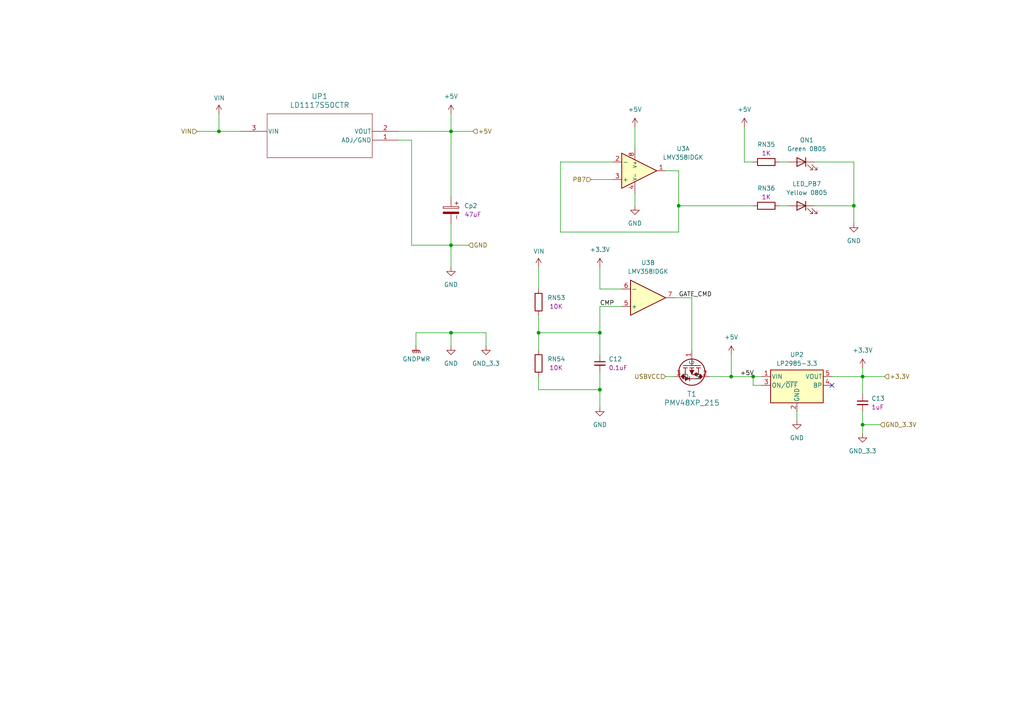
<source format=kicad_sch>
(kicad_sch (version 20250114) (generator "eeschema") (generator_version "9.0")
  (paper "A4")
  (lib_symbols
    (symbol "Device:LED" (pin_numbers (hide yes)) (pin_names (offset 1.016) (hide yes))
      (property "Reference" "D" (at 0 2.54 0))
      (property "Value" "LED" (at 0 -2.54 0))
      (symbol "LED_0_1"
        (polyline (pts (xy -3.048 -0.762) (xy -4.572 -2.286) (xy -3.81 -2.286) (xy -4.572 -2.286) (xy -4.572 -1.524)))
        (polyline (pts (xy -1.778 -0.762) (xy -3.302 -2.286) (xy -2.54 -2.286) (xy -3.302 -2.286) (xy -3.302 -1.524)))
        (polyline (pts (xy -1.27 0) (xy 1.27 0)))
        (polyline (pts (xy -1.27 -1.27) (xy -1.27 1.27)) (stroke (width 0.254)))
        (polyline (pts (xy 1.27 -1.27) (xy 1.27 1.27) (xy -1.27 0) (xy 1.27 -1.27)) (stroke (width 0.254)))
      )
      (symbol "LED_1_1"
        (pin passive line (at -3.81 0 0) (length 2.54) (name "K") (number "1"))
        (pin passive line (at 3.81 0 180) (length 2.54) (name "A") (number "2"))
      )
    )
    (symbol "LDO_LD1117S50CTR_STMicroelectronics:LD1117S50CTR" (pin_names (offset 0.254))
      (property "Reference" "PS" (at 22.86 10.16 0))
      (property "Value" "LD1117S50CTR" (at 22.86 7.62 0))
      (symbol "LD1117S50CTR_0_1"
        (polyline (pts (xy 7.62 5.08) (xy 7.62 -7.62)) (stroke (width 0.127)))
        (polyline (pts (xy 7.62 -7.62) (xy 38.1 -7.62)) (stroke (width 0.127)))
        (polyline (pts (xy 38.1 5.08) (xy 7.62 5.08)) (stroke (width 0.127)))
        (polyline (pts (xy 38.1 -7.62) (xy 38.1 5.08)) (stroke (width 0.127)))
        (pin power_out line (at 0 0 0) (length 7.62) (name "ADJ/GND") (number "1"))
        (pin power_in line (at 0 -2.54 0) (length 7.62) (name "VOUT") (number "2"))
        (pin power_in line (at 45.72 -2.54 180) (length 7.62) (name "VIN") (number "3"))
      )
    )
    (symbol "MOSFET_PMV48XP,215_Nexperia:PMV48XP_215" (pin_names (offset 0.254))
      (property "Reference" "U" (at 11.43 1.905 0))
      (property "Value" "PMV48XP_215" (at 18.288 -3.302 0))
      (symbol "PMV48XP_215_0_1"
        (polyline (pts (xy 2.54 0) (xy 4.445 0)) (stroke (width 0.2032)))
        (polyline (pts (xy 4.445 -2.54) (xy 4.445 2.54)) (stroke (width 0.2032)))
        (polyline (pts (xy 5.08 1.905) (xy 6.985 1.905)) (stroke (width 0.2032)))
        (polyline (pts (xy 5.08 1.27) (xy 5.08 2.54)) (stroke (width 0.2032)))
        (polyline (pts (xy 5.08 0) (xy 6.985 0)) (stroke (width 0.2032)))
        (polyline (pts (xy 5.08 -0.635) (xy 5.08 0.635)) (stroke (width 0.2032)))
        (polyline (pts (xy 5.08 -1.905) (xy 6.985 -1.905)) (stroke (width 0.2032)))
        (polyline (pts (xy 5.08 -2.54) (xy 5.08 -1.27)) (stroke (width 0.2032)))
        (polyline (pts (xy 5.715 0.635) (xy 6.985 0) (xy 5.715 -0.635)) (fill (type outline)))
        (circle (center 6.35 0) (radius 3.81) (stroke (width 0.254)))
        (polyline (pts (xy 6.985 2.54) (xy 8.255 2.54)) (stroke (width 0.2032)))
        (polyline (pts (xy 6.985 1.905) (xy 6.985 2.54)) (stroke (width 0.2032)))
        (circle (center 6.985 -1.27) (radius 0.0254) (stroke (width 0.508)))
        (polyline (pts (xy 6.985 -2.54) (xy 6.985 0)) (stroke (width 0.2032)))
        (polyline (pts (xy 6.985 -2.54) (xy 8.255 -2.54)) (stroke (width 0.2032)))
        (circle (center 7.62 2.54) (radius 0.0254) (stroke (width 0.508)))
        (circle (center 7.62 -2.54) (radius 0.0254) (stroke (width 0.508)))
        (polyline (pts (xy 8.255 0.635) (xy 8.255 2.54)) (stroke (width 0.2032)))
        (polyline (pts (xy 8.255 -2.54) (xy 8.255 0.635)) (stroke (width 0.2032)))
        (polyline (pts (xy 8.89 1.905) (xy 7.62 1.905) (xy 8.255 0.635)) (fill (type outline)))
        (polyline (pts (xy 8.89 0.635) (xy 7.62 0.635)) (stroke (width 0.2032)))
        (pin input line (at 0 0 0) (length 2.54) (name "G") (number "1"))
        (pin power_in line (at 7.62 5.08 270) (length 2.54) (name "D") (number "3"))
        (pin power_out line (at 7.62 -5.08 90) (length 2.54) (name "S") (number "2"))
      )
    )
    (symbol "PCM_4ms_Capacitor:100nF_0603_16V" (pin_numbers (hide yes)) (pin_names (offset 0.254) (hide yes))
      (property "Reference" "C" (at 1.905 1.27 0))
      (property "Display" "0.1uF" (at 1.905 -1.27 0))
      (symbol "100nF_0603_16V_0_1"
        (polyline (pts (xy -1.524 0.508) (xy 1.524 0.508)) (stroke (width 0.3048)))
        (polyline (pts (xy -1.524 -0.508) (xy 1.524 -0.508)) (stroke (width 0.3302)))
      )
      (symbol "100nF_0603_16V_1_1"
        (pin passive line (at 0 2.54 270) (length 2.032) (name "~") (number "1"))
        (pin passive line (at 0 -2.54 90) (length 2.032) (name "~") (number "2"))
      )
    )
    (symbol "PCM_Amplifier_Operational_AKL:LMV358IDGK" (pin_names (offset 0.2))
      (property "Reference" "U" (at 2.54 7.62 0))
      (property "Value" "LMV358IDGK" (at 2.54 5.08 0))
      (symbol "LMV358IDGK_0_1"
        (polyline (pts (xy -3.81 5.08) (xy -3.81 -5.08) (xy 6.35 0) (xy -3.81 5.08)) (stroke (width 0.254)) (fill (type background)))
      )
      (symbol "LMV358IDGK_1_1"
        (pin input line (at -6.35 2.54 0) (length 2.54) (name "-") (number "2"))
        (pin input line (at -6.35 -2.54 0) (length 2.54) (name "+") (number "3"))
        (pin power_in line (at 0 6.35 270) (length 3.18) (name "V+") (number "8"))
        (pin power_in line (at 0 -6.35 90) (length 3.18) (name "V-") (number "4"))
        (pin output line (at 8.89 0 180) (length 2.54) (name "~") (number "1"))
      )
      (symbol "LMV358IDGK_2_1"
        (pin input line (at -6.35 2.54 0) (length 2.54) (name "-") (number "6"))
        (pin input line (at -6.35 -2.54 0) (length 2.54) (name "+") (number "5"))
        (pin output line (at 8.89 0 180) (length 2.54) (name "~") (number "7"))
      )
    )
    (symbol "PCM_Resistor_AKL:R_0603" (pin_numbers (hide yes)) (pin_names (offset 0))
      (property "Reference" "R" (at 2.54 1.27 0))
      (property "Value" "R_0603" (at 2.54 -1.27 0))
      (symbol "R_0603_0_1"
        (rectangle (start -1.016 -2.54) (end 1.016 2.54) (stroke (width 0.254)))
      )
      (symbol "R_0603_1_1"
        (pin passive line (at 0 3.81 270) (length 1.27) (name "~") (number "1"))
        (pin passive line (at 0 -3.81 90) (length 1.27) (name "~") (number "2"))
      )
    )
    (symbol "PCM_SL_Capacitors:47uF_10V"
      (property "Reference" "C" (at 0 7.62 0))
      (property "Value" "47uF_10V" (at 0 5.08 0))
      (symbol "47uF_10V_0_0"
        (text "+" (at -2.032 1.524 0) (effects (font (size 1.27 1.27))))
        (text "-" (at 2.032 1.524 0) (effects (font (size 1.27 1.27))))
      )
      (symbol "47uF_10V_0_1"
        (rectangle (start -1.016 -2.286) (end -0.508 2.286))
        (rectangle (start 0.508 -2.286) (end 1.016 2.286) (fill (type outline)))
      )
      (symbol "47uF_10V_1_1"
        (pin passive line (at -3.81 0 0) (length 2.7) (name "~") (number "1"))
        (pin input line (at 3.81 0 180) (length 2.7) (name "~") (number "2"))
      )
    )
    (symbol "Regulator_Linear:LP2985-3.3" (pin_names (offset 0.254))
      (property "Reference" "U" (at -6.35 5.715 0))
      (property "Value" "LP2985-3.3" (at 0 5.715 0))
      (symbol "LP2985-3.3_0_1"
        (rectangle (start -7.62 -5.08) (end 7.62 4.445) (stroke (width 0.254)) (fill (type background)))
      )
      (symbol "LP2985-3.3_1_1"
        (pin power_in line (at -10.16 2.54 0) (length 2.54) (name "VIN") (number "1"))
        (pin input line (at -10.16 0 0) (length 2.54) (name "ON/~{OFF}") (number "3"))
        (pin power_in line (at 0 -7.62 90) (length 2.54) (name "GND") (number "2"))
        (pin power_out line (at 10.16 2.54 180) (length 2.54) (name "VOUT") (number "5"))
        (pin input line (at 10.16 0 180) (length 2.54) (name "BP") (number "4"))
      )
    )
    (symbol "power:+3.3V" (power) (pin_names (offset 0))
      (property "Value" "+3.3V" (at 0 3.556 0))
      (symbol "+3.3V_0_1"
        (polyline (pts (xy -0.762 1.27) (xy 0 2.54)))
        (polyline (pts (xy 0 2.54) (xy 0.762 1.27)))
        (polyline (pts (xy 0 0) (xy 0 2.54)))
      )
      (symbol "+3.3V_1_1"
        (pin power_in line (at 0 0 90) (length 0) (hide yes) (name "+3.3V") (number "1"))
      )
    )
    (symbol "power:+5V" (power) (pin_names (offset 0))
      (property "Value" "+5V" (at 0 3.556 0))
      (symbol "+5V_0_1"
        (polyline (pts (xy -0.762 1.27) (xy 0 2.54)))
        (polyline (pts (xy 0 2.54) (xy 0.762 1.27)))
        (polyline (pts (xy 0 0) (xy 0 2.54)))
      )
      (symbol "+5V_1_1"
        (pin power_in line (at 0 0 90) (length 0) (hide yes) (name "+5V") (number "1"))
      )
    )
    (symbol "power:GND" (power) (pin_names (offset 0))
      (property "Value" "GND" (at 0 -3.81 0))
      (symbol "GND_0_1"
        (polyline (pts (xy 0 0) (xy 0 -1.27) (xy 1.27 -1.27) (xy 0 -2.54) (xy -1.27 -1.27) (xy 0 -1.27)))
      )
      (symbol "GND_1_1"
        (pin power_in line (at 0 0 270) (length 0) (hide yes) (name "GND") (number "1"))
      )
    )
    (symbol "power:GND1" (power) (pin_names (offset 0))
      (property "Value" "GND1" (at 0 -3.81 0))
      (symbol "GND1_0_1"
        (polyline (pts (xy 0 0) (xy 0 -1.27) (xy 1.27 -1.27) (xy 0 -2.54) (xy -1.27 -1.27) (xy 0 -1.27)))
      )
      (symbol "GND1_1_1"
        (pin power_in line (at 0 0 270) (length 0) (hide yes) (name "GND1") (number "1"))
      )
    )
    (symbol "power:GNDPWR" (power) (pin_names (offset 0))
      (property "Value" "GNDPWR" (at 0 -3.302 0))
      (symbol "GNDPWR_0_1"
        (polyline (pts (xy -1.016 -1.27) (xy -1.27 -2.032) (xy -1.27 -2.032)) (stroke (width 0.2032)))
        (polyline (pts (xy -0.508 -1.27) (xy -0.762 -2.032) (xy -0.762 -2.032)) (stroke (width 0.2032)))
        (polyline (pts (xy 0 -1.27) (xy 0 0)))
        (polyline (pts (xy 0 -1.27) (xy -0.254 -2.032) (xy -0.254 -2.032)) (stroke (width 0.2032)))
        (polyline (pts (xy 0.508 -1.27) (xy 0.254 -2.032) (xy 0.254 -2.032)) (stroke (width 0.2032)))
        (polyline (pts (xy 1.016 -1.27) (xy -1.016 -1.27) (xy -1.016 -1.27)) (stroke (width 0.2032)))
        (polyline (pts (xy 1.016 -1.27) (xy 0.762 -2.032) (xy 0.762 -2.032) (xy 0.762 -2.032)) (stroke (width 0.2032)))
      )
      (symbol "GNDPWR_1_1"
        (pin power_in line (at 0 0 270) (length 0) (hide yes) (name "GNDPWR") (number "1"))
      )
    )
    (symbol "power:VCC" (power) (pin_names (offset 0))
      (property "Value" "VCC" (at 0 3.81 0))
      (symbol "VCC_0_1"
        (polyline (pts (xy -0.762 1.27) (xy 0 2.54)))
        (polyline (pts (xy 0 2.54) (xy 0.762 1.27)))
        (polyline (pts (xy 0 0) (xy 0 2.54)))
      )
      (symbol "VCC_1_1"
        (pin power_in line (at 0 0 90) (length 0) (hide yes) (name "VCC") (number "1"))
      )
    )
  )
  (junction (at 156.21 96.52))
  (junction (at 247.65 59.69))
  (junction (at 250.19 123.19))
  (junction (at 130.81 71.12))
  (junction (at 218.44 109.22))
  (junction (at 63.5 38.1))
  (junction (at 212.09 109.22))
  (junction (at 130.81 38.1))
  (junction (at 173.99 96.52))
  (junction (at 196.85 59.69))
  (junction (at 250.19 109.22))
  (junction (at 173.99 113.03))
  (junction (at 130.81 96.52))
  (no_connect (at 241.3 111.76))
  (wire (pts (xy 250.19 109.22) (xy 250.19 114.3)))
  (wire (pts (xy 69.85 38.1) (xy 63.5 38.1)))
  (wire (pts (xy 196.85 67.31) (xy 196.85 59.69)))
  (wire (pts (xy 200.66 86.36) (xy 200.66 101.6)))
  (wire (pts (xy 120.65 96.52) (xy 130.81 96.52)))
  (wire (pts (xy 173.99 113.03) (xy 173.99 118.11)))
  (wire (pts (xy 130.81 33.02) (xy 130.81 38.1)))
  (wire (pts (xy 220.98 111.76) (xy 218.44 111.76)))
  (wire (pts (xy 196.85 59.69) (xy 218.44 59.69)))
  (wire (pts (xy 218.44 109.22) (xy 220.98 109.22)))
  (wire (pts (xy 228.6 59.69) (xy 226.06 59.69)))
  (wire (pts (xy 215.9 46.99) (xy 218.44 46.99)))
  (wire (pts (xy 195.58 86.36) (xy 200.66 86.36)))
  (wire (pts (xy 205.74 109.22) (xy 212.09 109.22)))
  (wire (pts (xy 184.15 59.69) (xy 184.15 55.88)))
  (wire (pts (xy 119.38 40.64) (xy 115.57 40.64)))
  (wire (pts (xy 156.21 113.03) (xy 173.99 113.03)))
  (wire (pts (xy 173.99 83.82) (xy 180.34 83.82)))
  (wire (pts (xy 231.14 121.92) (xy 231.14 119.38)))
  (wire (pts (xy 173.99 107.95) (xy 173.99 113.03)))
  (wire (pts (xy 193.04 109.22) (xy 195.58 109.22)))
  (wire (pts (xy 212.09 109.22) (xy 218.44 109.22)))
  (wire (pts (xy 130.81 38.1) (xy 137.16 38.1)))
  (wire (pts (xy 140.97 96.52) (xy 140.97 100.33)))
  (wire (pts (xy 250.19 123.19) (xy 255.27 123.19)))
  (wire (pts (xy 57.15 38.1) (xy 63.5 38.1)))
  (wire (pts (xy 215.9 36.83) (xy 215.9 46.99)))
  (wire (pts (xy 250.19 123.19) (xy 250.19 125.73)))
  (wire (pts (xy 236.22 59.69) (xy 247.65 59.69)))
  (wire (pts (xy 156.21 109.22) (xy 156.21 113.03)))
  (wire (pts (xy 236.22 46.99) (xy 247.65 46.99)))
  (wire (pts (xy 250.19 119.38) (xy 250.19 123.19)))
  (wire (pts (xy 241.3 109.22) (xy 250.19 109.22)))
  (wire (pts (xy 247.65 46.99) (xy 247.65 59.69)))
  (wire (pts (xy 250.19 109.22) (xy 250.19 106.68)))
  (wire (pts (xy 130.81 71.12) (xy 130.81 77.47)))
  (wire (pts (xy 156.21 91.44) (xy 156.21 96.52)))
  (wire (pts (xy 115.57 38.1) (xy 130.81 38.1)))
  (wire (pts (xy 130.81 57.15) (xy 130.81 38.1)))
  (wire (pts (xy 228.6 46.99) (xy 226.06 46.99)))
  (wire (pts (xy 196.85 59.69) (xy 196.85 49.53)))
  (wire (pts (xy 162.56 46.99) (xy 162.56 67.31)))
  (wire (pts (xy 130.81 96.52) (xy 140.97 96.52)))
  (wire (pts (xy 156.21 96.52) (xy 156.21 101.6)))
  (wire (pts (xy 130.81 71.12) (xy 135.89 71.12)))
  (wire (pts (xy 173.99 88.9) (xy 180.34 88.9)))
  (wire (pts (xy 171.45 52.07) (xy 177.8 52.07)))
  (wire (pts (xy 250.19 109.22) (xy 256.54 109.22)))
  (wire (pts (xy 63.5 33.02) (xy 63.5 38.1)))
  (wire (pts (xy 156.21 77.47) (xy 156.21 83.82)))
  (wire (pts (xy 120.65 100.33) (xy 120.65 96.52)))
  (wire (pts (xy 184.15 36.83) (xy 184.15 43.18)))
  (wire (pts (xy 162.56 67.31) (xy 196.85 67.31)))
  (wire (pts (xy 173.99 96.52) (xy 173.99 88.9)))
  (wire (pts (xy 173.99 77.47) (xy 173.99 83.82)))
  (wire (pts (xy 162.56 46.99) (xy 177.8 46.99)))
  (wire (pts (xy 196.85 49.53) (xy 193.04 49.53)))
  (wire (pts (xy 119.38 40.64) (xy 119.38 71.12)))
  (wire (pts (xy 212.09 109.22) (xy 212.09 102.87)))
  (wire (pts (xy 218.44 111.76) (xy 218.44 109.22)))
  (wire (pts (xy 247.65 59.69) (xy 247.65 64.77)))
  (wire (pts (xy 130.81 64.77) (xy 130.81 71.12)))
  (wire (pts (xy 130.81 96.52) (xy 130.81 100.33)))
  (wire (pts (xy 173.99 102.87) (xy 173.99 96.52)))
  (wire (pts (xy 156.21 96.52) (xy 173.99 96.52)))
  (wire (pts (xy 119.38 71.12) (xy 130.81 71.12)))
  (label "+5V" (at 214.63 109.22 0))
  (label "CMP" (at 173.99 88.9 0))
  (label "GATE_CMD" (at 196.85 86.36 0))
  (hierarchical_label "VIN" (shape input) (at 57.15 38.1 180))
  (hierarchical_label "USBVCC" (shape input) (at 193.04 109.22 180))
  (hierarchical_label "+5V" (shape input) (at 137.16 38.1 0))
  (hierarchical_label "GND_3.3V" (shape input) (at 255.27 123.19 0))
  (hierarchical_label "GND" (shape input) (at 135.89 71.12 0))
  (hierarchical_label "PB7" (shape input) (at 171.45 52.07 180))
  (hierarchical_label "+3.3V" (shape input) (at 256.54 109.22 0))
  (symbol (lib_id "power:+5V") (at 215.9 36.83 0) (mirror y) (unit 1)
    (property "Reference" "#PWR058" (effects (hide yes)))
    (property "Value" "+5V" (at 215.9 31.75 0))
  )
  (symbol (lib_id "power:GND") (at 173.99 118.11 0) (unit 1)
    (property "Reference" "#PWR017" (effects (hide yes)))
    (property "Value" "GND" (at 173.99 123.19 0))
  )
  (symbol (lib_id "power:VCC") (at 63.5 33.02 0) (unit 1)
    (property "Reference" "#PWR016" (effects (hide yes)))
    (property "Value" "VIN" (at 61.976 28.448 0) (effects (justify left)))
  )
  (symbol (lib_id "power:+5V") (at 184.15 36.83 0) (unit 1)
    (property "Reference" "#PWR019" (effects (hide yes)))
    (property "Value" "+5V" (at 184.15 31.75 0))
  )
  (symbol (lib_id "PCM_4ms_Capacitor:100nF_0603_16V") (at 173.99 105.41 0) (unit 1)
    (property "Reference" "C12" (at 176.53 104.1463 0) (effects (justify left)))
    (property "Value" "100nF_0603_16V" (effects (hide yes)))
    (property "Footprint" "PCM_4ms_Capacitor:C_0603" (effects (hide yes)))
    (property "Specifications" "0.1uF, Min. 16V 10%, X7R or X5R or similar" (effects (hide yes)))
    (property "Manufacturer" "AVX Corporation" (effects (hide yes)))
    (property "Part Number" "0603YC104KAT2A" (effects (hide yes)))
    (property "Display" "0.1uF" (at 176.53 106.6863 0) (effects (justify left)))
    (property "JLCPCB ID" "C14663" (effects (hide yes)))
  )
  (symbol (lib_id "Device:LED") (at 232.41 46.99 0) (mirror y) (unit 1)
    (property "Reference" "ON1" (at 233.9975 40.64 0))
    (property "Value" "Green 0805" (at 233.9975 43.18 0))
    (property "Footprint" "LED_SMD:LED_0805_2012Metric" (effects (hide yes)))
  )
  (symbol (lib_id "power:VCC") (at 156.21 77.47 0) (unit 1)
    (property "Reference" "#PWR056" (effects (hide yes)))
    (property "Value" "VIN" (at 154.686 72.898 0) (effects (justify left)))
  )
  (symbol (lib_id "LDO_LD1117S50CTR_STMicroelectronics:LD1117S50CTR") (at 115.57 40.64 180) (unit 1)
    (property "Reference" "UP1" (at 92.71 27.94 0) (effects (font (size 1.524 1.524))))
    (property "Value" "LD1117S50CTR" (at 92.71 30.48 0) (effects (font (size 1.524 1.524))))
    (property "Footprint" "LDO_LD1117S50CTR_STMicroelectronics:SOT-223_STM" (effects (hide yes)))
    (property "Datasheet" "LD1117S50CTR" (effects (hide yes)))
    (property "Description" "Linear Voltage Regulator IC Positive Fixed 1 Output 800mA SOT-223" (effects (hide yes)))
  )
  (symbol (lib_id "power:+5V") (at 212.09 102.87 0) (unit 1)
    (property "Reference" "#PWR011" (effects (hide yes)))
    (property "Value" "+5V" (at 212.09 97.79 0))
  )
  (symbol (lib_id "power:GND1") (at 140.97 100.33 0) (unit 1)
    (property "Reference" "#PWR055" (effects (hide yes)))
    (property "Value" "GND_3.3" (at 140.97 105.41 0))
  )
  (symbol (lib_id "power:GND") (at 231.14 121.92 0) (unit 1)
    (property "Reference" "#PWR021" (effects (hide yes)))
    (property "Value" "GND" (at 231.14 127 0))
  )
  (symbol (lib_id "power:GND") (at 130.81 100.33 0) (mirror y) (unit 1)
    (property "Reference" "#PWR054" (effects (hide yes)))
    (property "Value" "GND" (at 130.81 105.41 0))
  )
  (symbol (lib_id "PCM_Resistor_AKL:R_0603") (at 156.21 105.41 180) (unit 1)
    (property "Reference" "RN54" (at 158.75 104.14 0) (effects (justify right)))
    (property "Value" "10K_0603" (effects (hide yes)))
    (property "Footprint" "PCM_Resistor_SMD_AKL:R_0603_1608Metric" (effects (hide yes)))
    (property "Display" "10K" (at 161.29 106.68 0))
  )
  (symbol (lib_id "power:+3.3V") (at 173.99 77.47 0) (unit 1)
    (property "Reference" "#PWR015" (effects (hide yes)))
    (property "Value" "+3.3V" (at 173.99 72.39 0))
  )
  (symbol (lib_id "power:+5V") (at 130.81 33.02 0) (unit 1)
    (property "Reference" "#PWR04" (effects (hide yes)))
    (property "Value" "+5V" (at 130.81 27.94 0))
  )
  (symbol (lib_id "power:GND") (at 130.81 77.47 0) (unit 1)
    (property "Reference" "#PWR03" (effects (hide yes)))
    (property "Value" "GND" (at 130.81 82.55 0))
  )
  (symbol (lib_id "PCM_Amplifier_Operational_AKL:LMV358IDGK") (at 184.15 49.53 0) (unit 1)
    (property "Reference" "U3" (at 198.12 43.1098 0))
    (property "Value" "LMV358IDGK" (at 198.12 45.6498 0))
    (property "Footprint" "PCM_Package_SO_AKL:MSOP-8_3x3mm_P0.65mm" (effects (hide yes)))
    (property "Datasheet" "https://www.ti.com/lit/ds/symlink/lmv321.pdf?ts=1636614252990&ref_url=https%253A%252F%252Fwww.ti.com%252Fproduct%252FLMV321" (effects (hide yes)))
    (property "Description" "SO-8 Quad CMOS Rail-to-Rail Operational Amplifier, 7mV Offset, 1MHz GBW, Alternate KiCAD Library" (effects (hide yes)))
  )
  (symbol (lib_id "power:GNDPWR") (at 120.65 100.33 0) (mirror y) (unit 1)
    (property "Reference" "#PWR053" (effects (hide yes)))
    (property "Value" "GNDPWR" (at 120.777 104.14 0))
  )
  (symbol (lib_id "power:GND") (at 184.15 59.69 0) (mirror y) (unit 1)
    (property "Reference" "#PWR057" (effects (hide yes)))
    (property "Value" "GND" (at 184.15 64.77 0))
  )
  (symbol (lib_id "PCM_Amplifier_Operational_AKL:LMV358IDGK") (at 186.69 86.36 0) (unit 2)
    (property "Reference" "U3" (at 187.96 76.2 0))
    (property "Value" "LMV358IDGK" (at 187.96 78.74 0))
    (property "Footprint" "PCM_Package_SO_AKL:MSOP-8_3x3mm_P0.65mm" (effects (hide yes)))
    (property "Datasheet" "https://www.ti.com/lit/ds/symlink/lmv321.pdf?ts=1636614252990&ref_url=https%253A%252F%252Fwww.ti.com%252Fproduct%252FLMV321" (effects (hide yes)))
    (property "Description" "SO-8 Quad CMOS Rail-to-Rail Operational Amplifier, 7mV Offset, 1MHz GBW, Alternate KiCAD Library" (effects (hide yes)))
  )
  (symbol (lib_id "MOSFET_PMV48XP,215_Nexperia:PMV48XP_215") (at 200.66 101.6 90) (mirror x) (unit 1)
    (property "Reference" "T1" (at 200.66 114.3 90) (effects (font (size 1.524 1.524))))
    (property "Value" "PMV48XP_215" (at 200.66 116.84 90) (effects (font (size 1.524 1.524))))
    (property "Footprint" "TO-236_SOT23_NEX" (effects (hide yes)))
    (property "Datasheet" "PMV48XP_215" (effects (hide yes)))
  )
  (symbol (lib_id "PCM_Resistor_AKL:R_0603") (at 222.25 59.69 270) (mirror x) (unit 1)
    (property "Reference" "RN36" (at 222.25 54.61 90))
    (property "Value" "1K_0603" (effects (hide yes)))
    (property "Footprint" "PCM_Resistor_SMD_AKL:R_0603_1608Metric" (effects (hide yes)))
    (property "Display" "1K" (at 222.25 57.15 90))
  )
  (symbol (lib_id "power:GND") (at 247.65 64.77 0) (mirror y) (unit 1)
    (property "Reference" "#PWR059" (effects (hide yes)))
    (property "Value" "GND" (at 247.65 69.85 0))
  )
  (symbol (lib_id "power:+3.3V") (at 250.19 106.68 0) (unit 1)
    (property "Reference" "#PWR08" (effects (hide yes)))
    (property "Value" "+3.3V" (at 250.19 101.6 0))
  )
  (symbol (lib_id "PCM_Resistor_AKL:R_0603") (at 156.21 87.63 180) (unit 1)
    (property "Reference" "RN53" (at 158.75 86.36 0) (effects (justify right)))
    (property "Value" "10K_0603" (effects (hide yes)))
    (property "Footprint" "PCM_Resistor_SMD_AKL:R_0603_1608Metric" (effects (hide yes)))
    (property "Display" "10K" (at 161.29 88.9 0))
  )
  (symbol (lib_id "PCM_Resistor_AKL:R_0603") (at 222.25 46.99 270) (mirror x) (unit 1)
    (property "Reference" "RN35" (at 222.25 41.91 90))
    (property "Value" "1K_0603" (effects (hide yes)))
    (property "Footprint" "PCM_Resistor_SMD_AKL:R_0603_1608Metric" (effects (hide yes)))
    (property "Display" "1K" (at 222.25 44.45 90))
  )
  (symbol (lib_id "PCM_SL_Capacitors:47uF_10V") (at 130.81 60.96 270) (unit 1)
    (property "Reference" "Cp2" (at 134.62 59.69 90) (effects (justify left)))
    (property "Value" "47uF_10V" (effects (hide yes)))
    (property "Footprint" "Capacitor_THT:CP_Radial_D4.0mm_P1.50mm" (effects (hide yes)))
    (property "Display" "47uF" (at 137.16 62.23 90))
  )
  (symbol (lib_id "PCM_4ms_Capacitor:100nF_0603_16V") (at 250.19 116.84 0) (unit 1)
    (property "Reference" "C13" (at 252.73 115.5762 0) (effects (justify left)))
    (property "Value" "100nF_0603_16V" (effects (hide yes)))
    (property "Footprint" "PCM_4ms_Capacitor:C_0603" (effects (hide yes)))
    (property "Specifications" "0.1uF, Min. 16V 10%, X7R or X5R or similar" (effects (hide yes)))
    (property "Manufacturer" "AVX Corporation" (effects (hide yes)))
    (property "Part Number" "0603YC104KAT2A" (effects (hide yes)))
    (property "Display" "1uF" (at 252.73 118.1162 0) (effects (justify left)))
    (property "JLCPCB ID" "C14663" (effects (hide yes)))
  )
  (symbol (lib_id "Device:LED") (at 232.41 59.69 0) (mirror y) (unit 1)
    (property "Reference" "LED_PB7" (at 233.9975 53.34 0))
    (property "Value" "Yellow 0805" (at 233.9975 55.88 0))
    (property "Footprint" "LED_SMD:LED_0805_2012Metric" (effects (hide yes)))
  )
  (symbol (lib_id "Regulator_Linear:LP2985-3.3") (at 231.14 111.76 0) (unit 1)
    (property "Reference" "UP2" (at 231.14 102.87 0))
    (property "Value" "LP2985-3.3" (at 231.14 105.41 0))
    (property "Footprint" "Package_TO_SOT_SMD:SOT-23-5" (effects (hide yes)))
    (property "Datasheet" "http://www.ti.com/lit/ds/symlink/lp2985.pdf" (effects (hide yes)))
    (property "Description" "150mA 16V Low-noise Low-dropout Regulator With Shutdown, 3.3V output voltage, SOT-23-5" (effects (hide yes)))
  )
  (symbol (lib_id "power:GND1") (at 250.19 125.73 0) (unit 1)
    (property "Reference" "#PWR023" (effects (hide yes)))
    (property "Value" "GND_3.3" (at 250.19 130.81 0))
  )
)
</source>
